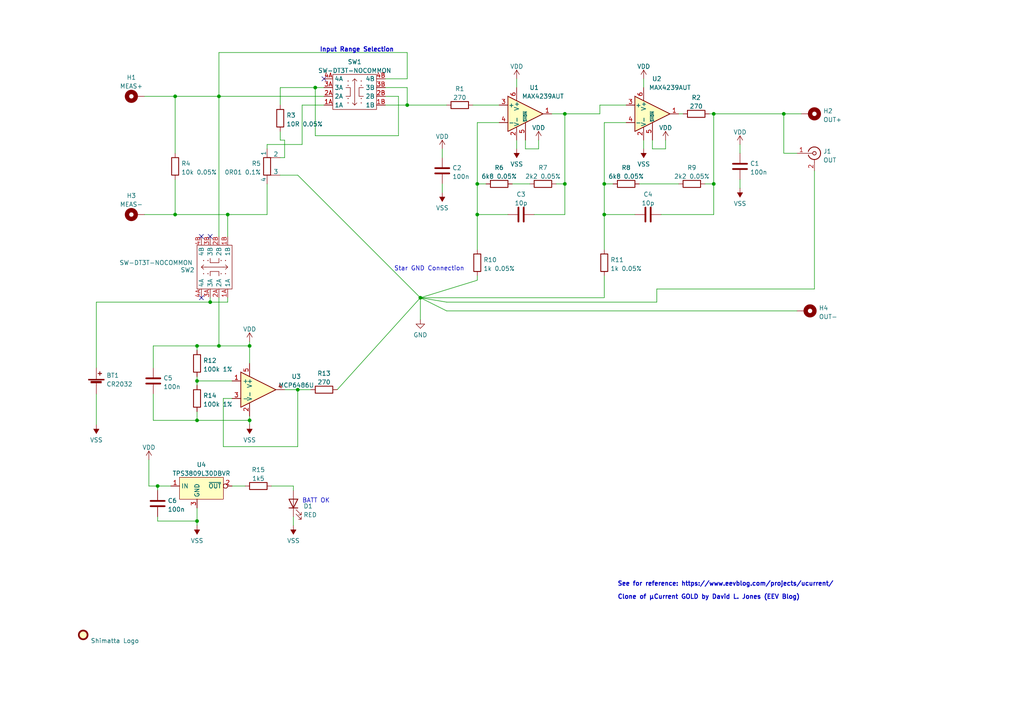
<source format=kicad_sch>
(kicad_sch (version 20211123) (generator eeschema)
  (paper "A4")
  (title_block (title "Shimatta µCurrent Clone") (company "Shimatta"))
  (lib_symbols
    (symbol "Amplifier_Operational:MAX4239AUT" (pin_names (offset 0.127))
      (property "Reference" "U" (at 0 6.35 0))
      (property "Value" "MAX4239AUT" (at 0 3.81 0))
      (symbol "MAX4239AUT_0_1"
        (polyline (pts (xy -5.08 5.08) (xy 5.08 0) (xy -5.08 -5.08) (xy -5.08 5.08)) (stroke (width 0.254)) (fill (type background)))
      )
      (symbol "MAX4239AUT_1_1"
        (pin output line (at 7.62 0 180) (length 2.54) (name "~") (number "1"))
        (pin power_in line (at -2.54 -7.62 90) (length 3.81) (name "V-") (number "2"))
        (pin input line (at -7.62 2.54 0) (length 2.54) (name "+") (number "3"))
        (pin input line (at -7.62 -2.54 0) (length 2.54) (name "-") (number "4"))
        (pin input line (at 0 -7.62 90) (length 5.08) (name "~{SHDN}") (number "5"))
        (pin power_in line (at -2.54 7.62 270) (length 3.81) (name "V+") (number "6"))
      )
    )
    (symbol "Connector:Conn_Coaxial" (pin_names (offset 1.016) hide)
      (property "Reference" "J" (at 0.254 3.048 0))
      (property "Value" "Conn_Coaxial" (at 2.921 0 90))
      (symbol "Conn_Coaxial_0_1"
        (arc (start -1.778 -0.508) (mid 0.2311 -1.8066) (end 1.778 0) (stroke (width 0.254)))
        (polyline (pts (xy -2.54 0) (xy -0.508 0)))
        (polyline (pts (xy 0 -2.54) (xy 0 -1.778)))
        (circle (center 0 0) (radius 0.508) (stroke (width 0.2032)))
        (arc (start 1.778 0) (mid 0.2099 1.8101) (end -1.778 0.508) (stroke (width 0.254)))
      )
      (symbol "Conn_Coaxial_1_1"
        (pin passive line (at -5.08 0 0) (length 2.54) (name "In") (number "1"))
        (pin passive line (at 0 -5.08 90) (length 2.54) (name "Ext") (number "2"))
      )
    )
    (symbol "Device:Battery_Cell" (pin_numbers hide) (pin_names (offset 0) hide)
      (property "Reference" "BT" (at 2.54 2.54 0))
      (property "Value" "Battery_Cell" (at 2.54 0 0))
      (symbol "Battery_Cell_0_1"
        (rectangle (start -2.286 1.778) (end 2.286 1.524) (fill (type outline)))
        (rectangle (start -1.5748 1.1938) (end 1.4732 0.6858) (fill (type outline)))
        (polyline (pts (xy 0 0.762) (xy 0 0)))
        (polyline (pts (xy 0 1.778) (xy 0 2.54)))
        (polyline (pts (xy 0.508 3.429) (xy 1.524 3.429)) (stroke (width 0.254)))
        (polyline (pts (xy 1.016 3.937) (xy 1.016 2.921)) (stroke (width 0.254)))
      )
      (symbol "Battery_Cell_1_1"
        (pin passive line (at 0 5.08 270) (length 2.54) (name "+") (number "1"))
        (pin passive line (at 0 -2.54 90) (length 2.54) (name "-") (number "2"))
      )
    )
    (symbol "Device:C" (pin_numbers hide) (pin_names (offset 0.254))
      (property "Reference" "C" (at 0.635 2.54 0))
      (property "Value" "C" (at 0.635 -2.54 0))
      (symbol "C_0_1"
        (polyline (pts (xy -2.032 -0.762) (xy 2.032 -0.762)) (stroke (width 0.508)))
        (polyline (pts (xy -2.032 0.762) (xy 2.032 0.762)) (stroke (width 0.508)))
      )
      (symbol "C_1_1"
        (pin passive line (at 0 3.81 270) (length 2.794) (name "~") (number "1"))
        (pin passive line (at 0 -3.81 90) (length 2.794) (name "~") (number "2"))
      )
    )
    (symbol "Device:LED" (pin_numbers hide) (pin_names (offset 1.016) hide)
      (property "Reference" "D" (at 0 2.54 0))
      (property "Value" "LED" (at 0 -2.54 0))
      (symbol "LED_0_1"
        (polyline (pts (xy -1.27 -1.27) (xy -1.27 1.27)) (stroke (width 0.254)))
        (polyline (pts (xy -1.27 0) (xy 1.27 0)))
        (polyline (pts (xy 1.27 -1.27) (xy 1.27 1.27) (xy -1.27 0) (xy 1.27 -1.27)) (stroke (width 0.254)))
        (polyline (pts (xy -3.048 -0.762) (xy -4.572 -2.286) (xy -3.81 -2.286) (xy -4.572 -2.286) (xy -4.572 -1.524)))
        (polyline (pts (xy -1.778 -0.762) (xy -3.302 -2.286) (xy -2.54 -2.286) (xy -3.302 -2.286) (xy -3.302 -1.524)))
      )
      (symbol "LED_1_1"
        (pin passive line (at -3.81 0 0) (length 2.54) (name "K") (number "1"))
        (pin passive line (at 3.81 0 180) (length 2.54) (name "A") (number "2"))
      )
    )
    (symbol "Device:R" (pin_numbers hide) (pin_names (offset 0))
      (property "Reference" "R" (at 2.032 0 90))
      (property "Value" "R" (at 0 0 90))
      (symbol "R_0_1"
        (rectangle (start -1.016 -2.54) (end 1.016 2.54) (stroke (width 0.254)))
      )
      (symbol "R_1_1"
        (pin passive line (at 0 3.81 270) (length 1.27) (name "~") (number "1"))
        (pin passive line (at 0 -3.81 90) (length 1.27) (name "~") (number "2"))
      )
    )
    (symbol "Device:R_Shunt" (pin_numbers hide) (pin_names (offset 0))
      (property "Reference" "R" (at -4.445 0 90))
      (property "Value" "R_Shunt" (at -2.54 0 90))
      (symbol "R_Shunt_0_1"
        (rectangle (start -1.016 -2.54) (end 1.016 2.54) (stroke (width 0.254)))
        (polyline (pts (xy 0 -2.54) (xy 1.27 -2.54)))
        (polyline (pts (xy 1.27 2.54) (xy 0 2.54)))
      )
      (symbol "R_Shunt_1_1"
        (pin passive line (at 0 5.08 270) (length 2.54) (name "1") (number "1"))
        (pin passive line (at 3.81 2.54 180) (length 2.54) (name "2") (number "2"))
        (pin passive line (at 3.81 -2.54 180) (length 2.54) (name "3") (number "3"))
        (pin passive line (at 0 -5.08 90) (length 2.54) (name "4") (number "4"))
      )
    )
    (symbol "Mechanical:Fiducial"
      (property "Reference" "FID" (at 0 5.08 0))
      (property "Value" "Fiducial" (at 0 3.175 0))
      (symbol "Fiducial_0_1"
        (circle (center 0 0) (radius 1.27) (stroke (width 0.508)) (fill (type background)))
      )
    )
    (symbol "Mechanical:MountingHole_Pad" (pin_numbers hide) (pin_names (offset 1.016) hide)
      (property "Reference" "H" (at 0 6.35 0))
      (property "Value" "MountingHole_Pad" (at 0 4.445 0))
      (symbol "MountingHole_Pad_0_1"
        (circle (center 0 1.27) (radius 1.27) (stroke (width 1.27)))
      )
      (symbol "MountingHole_Pad_1_1"
        (pin input line (at 0 -2.54 90) (length 2.54) (name "1") (number "1"))
      )
    )
    (symbol "power:GND" (power) (pin_names (offset 0))
      (property "Value" "GND" (at 0 -3.81 0))
      (symbol "GND_0_1"
        (polyline (pts (xy 0 0) (xy 0 -1.27) (xy 1.27 -1.27) (xy 0 -2.54) (xy -1.27 -1.27) (xy 0 -1.27)))
      )
      (symbol "GND_1_1"
        (pin power_in line (at 0 0 270) (length 0) hide (name "GND") (number "1"))
      )
    )
    (symbol "power:VDD" (power) (pin_names (offset 0))
      (property "Value" "VDD" (at 0 3.81 0))
      (symbol "VDD_0_1"
        (polyline (pts (xy -0.762 1.27) (xy 0 2.54)))
        (polyline (pts (xy 0 0) (xy 0 2.54)))
        (polyline (pts (xy 0 2.54) (xy 0.762 1.27)))
      )
      (symbol "VDD_1_1"
        (pin power_in line (at 0 0 90) (length 0) hide (name "VDD") (number "1"))
      )
    )
    (symbol "power:VSS" (power) (pin_names (offset 0))
      (property "Value" "VSS" (at 0 3.81 0))
      (symbol "VSS_0_1"
        (polyline (pts (xy 0 0) (xy 0 2.54)))
        (polyline (pts (xy 0.762 1.27) (xy -0.762 1.27) (xy 0 2.54) (xy 0.762 1.27)) (fill (type outline)))
      )
      (symbol "VSS_1_1"
        (pin power_in line (at 0 0 90) (length 0) hide (name "VSS") (number "1"))
      )
    )
    (symbol "shimatta_analog:MCP6486U"
      (property "Reference" "U" (at 2.54 6.35 0))
      (property "Value" "MCP6486U" (at 6.35 3.81 0))
      (symbol "MCP6486U_0_1"
        (polyline (pts (xy -2.54 5.08) (xy 7.62 0) (xy -2.54 -5.08) (xy -2.54 5.08)) (stroke (width 0.254)) (fill (type background)))
      )
      (symbol "MCP6486U_1_1"
        (pin input line (at -5.08 2.54 0) (length 2.54) (name "+") (number "1"))
        (pin power_in line (at 0 -7.62 90) (length 3.81) (name "V-") (number "2"))
        (pin input line (at -5.08 -2.54 0) (length 2.54) (name "-") (number "3"))
        (pin output line (at 10.16 0 180) (length 2.54) (name "~") (number "4"))
        (pin power_in line (at 0 7.62 270) (length 3.81) (name "V+") (number "5"))
      )
    )
    (symbol "shimatta_supervisor:TPS3809L30DBVR"
      (property "Reference" "U" (at 1.27 3.81 0))
      (property "Value" "TPS3809L30DBVR" (at 6.35 1.27 0))
      (symbol "TPS3809L30DBVR_0_1"
        (rectangle (start 0 0) (end 12.7 -6.35) (stroke (width 0.1524)) (fill (type background)))
      )
      (symbol "TPS3809L30DBVR_1_1"
        (pin power_in line (at -2.54 -2.54 0) (length 2.54) (name "IN") (number "1"))
        (pin output inverted (at 15.24 -2.54 180) (length 2.54) (name "~{OUT}") (number "2"))
        (pin power_in line (at 5.08 -8.89 90) (length 2.54) (name "GND") (number "3"))
      )
    )
    (symbol "shimatta_switch:SW-DT3T-NOCOMMON"
      (property "Reference" "SW" (at 1.27 1.27 0))
      (property "Value" "SW-DT3T-NOCOMMON" (at 9.525 3.81 0))
      (symbol "SW-DT3T-NOCOMMON_0_1"
        (polyline (pts (xy 6.35 -8.89) (xy 5.715 -8.255)) (stroke (width 0.1524)))
        (polyline (pts (xy 6.35 -8.89) (xy 6.985 -8.255)) (stroke (width 0.1524)))
        (polyline (pts (xy 6.35 -7.62) (xy 6.35 -8.89)) (stroke (width 0.1524)))
        (polyline (pts (xy 6.35 -2.54) (xy 6.35 -7.62)) (stroke (width 0.1524)))
        (polyline (pts (xy 6.35 -2.54) (xy 6.35 -1.27)) (stroke (width 0.1524)))
        (polyline (pts (xy 6.35 -1.27) (xy 5.715 -1.905)) (stroke (width 0.1524)))
        (polyline (pts (xy 6.35 -1.27) (xy 6.985 -1.905)) (stroke (width 0.1524)))
        (polyline (pts (xy 3.81 -3.81) (xy 5.08 -3.81) (xy 5.08 -6.35) (xy 3.81 -6.35)) (stroke (width 0.1524)))
        (polyline (pts (xy 8.89 -3.81) (xy 7.62 -3.81) (xy 7.62 -6.35) (xy 8.89 -6.35)) (stroke (width 0.1524)))
        (rectangle (start 0 0) (end 12.7 -10.16) (stroke (width 0.1524)))
        (circle (center 4.445 -8.255) (radius 0.0001) (stroke (width 0.1524)))
        (circle (center 4.445 -6.985) (radius 0.0001) (stroke (width 0.1524)))
        (circle (center 4.445 -3.175) (radius 0.0001) (stroke (width 0.1524)))
        (circle (center 4.445 -1.905) (radius 0.0001) (stroke (width 0.1524)))
        (circle (center 8.255 -8.255) (radius 0.0001) (stroke (width 0.1524)))
        (circle (center 8.255 -6.985) (radius 0.0001) (stroke (width 0.1524)))
        (circle (center 8.255 -3.175) (radius 0.0001) (stroke (width 0.1524)))
        (circle (center 8.255 -1.905) (radius 0.0001) (stroke (width 0.1524)))
      )
      (symbol "SW-DT3T-NOCOMMON_1_1"
        (pin passive line (at -2.54 -1.27 0) (length 2.54) (name "1A") (number "1A"))
        (pin passive line (at 15.24 -1.27 180) (length 2.54) (name "1B") (number "1B"))
        (pin passive line (at -2.54 -3.81 0) (length 2.54) (name "2A") (number "2A"))
        (pin passive line (at 15.24 -3.81 180) (length 2.54) (name "2B") (number "2B"))
        (pin passive line (at -2.54 -6.35 0) (length 2.54) (name "3A") (number "3A"))
        (pin passive line (at 15.24 -6.35 180) (length 2.54) (name "3B") (number "3B"))
        (pin passive line (at -2.54 -8.89 0) (length 2.54) (name "4A") (number "4A"))
        (pin passive line (at 15.24 -8.89 180) (length 2.54) (name "4B") (number "4B"))
      )
    )
  )
  (junction (at 138.43 53.34))
  (junction (at 57.15 151.13))
  (junction (at 207.01 33.02))
  (junction (at 63.5 27.94))
  (junction (at 72.39 100.33))
  (junction (at 66.04 62.23))
  (junction (at 175.26 53.34))
  (junction (at 175.26 62.23))
  (junction (at 227.33 33.02))
  (junction (at 63.5 100.33))
  (junction (at 57.15 100.33))
  (junction (at 138.43 62.23))
  (junction (at 45.72 140.97))
  (junction (at 60.96 87.63))
  (junction (at 207.01 53.34))
  (junction (at 163.83 33.02))
  (junction (at 86.36 113.03))
  (junction (at 163.83 53.34))
  (junction (at 118.11 30.48))
  (junction (at 50.8 27.94))
  (junction (at 50.8 62.23))
  (junction (at 91.44 25.4))
  (junction (at 57.15 121.92))
  (junction (at 121.92 86.36))
  (junction (at 57.15 110.49))
  (junction (at 72.39 121.92))
  (no_connect (at 58.42 68.58))
  (no_connect (at 58.42 86.36))
  (no_connect (at 93.98 22.86))
  (no_connect (at 60.96 68.58))
  (wire (pts (xy 115.57 27.94) (xy 115.57 39.37)))
  (wire (pts (xy 50.8 27.94) (xy 63.5 27.94)))
  (wire (pts (xy 57.15 119.38) (xy 57.15 121.92)))
  (wire (pts (xy 63.5 27.94) (xy 93.98 27.94)))
  (wire (pts (xy 186.69 22.86) (xy 186.69 25.4)))
  (wire (pts (xy 175.26 80.01) (xy 175.26 86.36)))
  (wire (pts (xy 57.15 110.49) (xy 57.15 111.76)))
  (wire (pts (xy 81.28 50.8) (xy 86.36 50.8)))
  (wire (pts (xy 121.92 86.36) (xy 175.26 86.36)))
  (wire (pts (xy 97.79 113.03) (xy 121.92 86.36)))
  (wire (pts (xy 111.76 25.4) (xy 118.11 25.4)))
  (wire (pts (xy 175.26 53.34) (xy 177.8 53.34)))
  (wire (pts (xy 63.5 100.33) (xy 72.39 100.33)))
  (wire (pts (xy 144.78 35.56) (xy 138.43 35.56)))
  (wire (pts (xy 60.96 87.63) (xy 60.96 86.36)))
  (wire (pts (xy 163.83 33.02) (xy 173.99 33.02)))
  (wire (pts (xy 193.04 43.18) (xy 193.04 40.64)))
  (wire (pts (xy 149.86 40.64) (xy 149.86 43.18)))
  (wire (pts (xy 160.02 33.02) (xy 163.83 33.02)))
  (wire (pts (xy 77.47 41.91) (xy 77.47 43.18)))
  (wire (pts (xy 205.74 33.02) (xy 207.01 33.02)))
  (wire (pts (xy 64.77 115.57) (xy 64.77 129.54)))
  (wire (pts (xy 163.83 62.23) (xy 163.83 53.34)))
  (wire (pts (xy 44.45 106.68) (xy 44.45 100.33)))
  (wire (pts (xy 49.53 140.97) (xy 45.72 140.97)))
  (wire (pts (xy 57.15 147.32) (xy 57.15 151.13)))
  (wire (pts (xy 138.43 80.01) (xy 138.43 81.28)))
  (wire (pts (xy 175.26 62.23) (xy 175.26 72.39)))
  (wire (pts (xy 27.94 114.3) (xy 27.94 123.19)))
  (wire (pts (xy 57.15 121.92) (xy 72.39 121.92)))
  (wire (pts (xy 111.76 30.48) (xy 118.11 30.48)))
  (wire (pts (xy 50.8 52.07) (xy 50.8 62.23)))
  (wire (pts (xy 87.63 41.91) (xy 77.47 41.91)))
  (wire (pts (xy 185.42 53.34) (xy 196.85 53.34)))
  (wire (pts (xy 44.45 114.3) (xy 44.45 121.92)))
  (wire (pts (xy 82.55 113.03) (xy 86.36 113.03)))
  (wire (pts (xy 91.44 39.37) (xy 91.44 25.4)))
  (wire (pts (xy 173.99 30.48) (xy 173.99 33.02)))
  (wire (pts (xy 67.31 140.97) (xy 71.12 140.97)))
  (wire (pts (xy 128.27 43.18) (xy 128.27 45.72)))
  (wire (pts (xy 138.43 53.34) (xy 138.43 62.23)))
  (wire (pts (xy 190.5 83.82) (xy 190.5 87.63)))
  (wire (pts (xy 152.4 40.64) (xy 152.4 43.18)))
  (wire (pts (xy 121.92 86.36) (xy 121.92 92.71)))
  (wire (pts (xy 138.43 62.23) (xy 147.32 62.23)))
  (wire (pts (xy 44.45 100.33) (xy 57.15 100.33)))
  (wire (pts (xy 138.43 62.23) (xy 138.43 72.39)))
  (wire (pts (xy 207.01 53.34) (xy 207.01 62.23)))
  (wire (pts (xy 181.61 35.56) (xy 175.26 35.56)))
  (wire (pts (xy 57.15 101.6) (xy 57.15 100.33)))
  (wire (pts (xy 121.92 86.36) (xy 129.54 90.17)))
  (wire (pts (xy 207.01 33.02) (xy 227.33 33.02)))
  (wire (pts (xy 191.77 62.23) (xy 207.01 62.23)))
  (wire (pts (xy 50.8 62.23) (xy 66.04 62.23)))
  (wire (pts (xy 72.39 99.06) (xy 72.39 100.33)))
  (wire (pts (xy 63.5 15.24) (xy 118.11 15.24)))
  (wire (pts (xy 78.74 140.97) (xy 85.09 140.97)))
  (wire (pts (xy 50.8 27.94) (xy 50.8 44.45)))
  (wire (pts (xy 204.47 53.34) (xy 207.01 53.34)))
  (wire (pts (xy 87.63 30.48) (xy 93.98 30.48)))
  (wire (pts (xy 82.55 40.64) (xy 82.55 45.72)))
  (wire (pts (xy 85.09 140.97) (xy 85.09 142.24)))
  (wire (pts (xy 163.83 33.02) (xy 163.83 53.34)))
  (wire (pts (xy 161.29 53.34) (xy 163.83 53.34)))
  (wire (pts (xy 57.15 109.22) (xy 57.15 110.49)))
  (wire (pts (xy 85.09 149.86) (xy 85.09 152.4)))
  (wire (pts (xy 66.04 62.23) (xy 77.47 62.23)))
  (wire (pts (xy 45.72 151.13) (xy 57.15 151.13)))
  (wire (pts (xy 86.36 113.03) (xy 90.17 113.03)))
  (wire (pts (xy 63.5 86.36) (xy 63.5 100.33)))
  (wire (pts (xy 87.63 30.48) (xy 87.63 41.91)))
  (wire (pts (xy 227.33 33.02) (xy 227.33 44.45)))
  (wire (pts (xy 138.43 35.56) (xy 138.43 53.34)))
  (wire (pts (xy 156.21 43.18) (xy 156.21 40.64)))
  (wire (pts (xy 129.54 90.17) (xy 231.14 90.17)))
  (wire (pts (xy 67.31 115.57) (xy 64.77 115.57)))
  (wire (pts (xy 111.76 27.94) (xy 115.57 27.94)))
  (wire (pts (xy 214.63 52.07) (xy 214.63 54.61)))
  (wire (pts (xy 45.72 140.97) (xy 45.72 142.24)))
  (wire (pts (xy 189.23 40.64) (xy 189.23 43.18)))
  (wire (pts (xy 77.47 53.34) (xy 77.47 62.23)))
  (wire (pts (xy 118.11 15.24) (xy 118.11 22.86)))
  (wire (pts (xy 175.26 53.34) (xy 175.26 62.23)))
  (wire (pts (xy 138.43 53.34) (xy 140.97 53.34)))
  (wire (pts (xy 149.86 22.86) (xy 149.86 25.4)))
  (wire (pts (xy 236.22 83.82) (xy 190.5 83.82)))
  (wire (pts (xy 207.01 33.02) (xy 207.01 53.34)))
  (wire (pts (xy 231.14 44.45) (xy 227.33 44.45)))
  (wire (pts (xy 66.04 86.36) (xy 66.04 87.63)))
  (wire (pts (xy 27.94 87.63) (xy 27.94 106.68)))
  (wire (pts (xy 214.63 41.91) (xy 214.63 44.45)))
  (wire (pts (xy 236.22 49.53) (xy 236.22 83.82)))
  (wire (pts (xy 121.92 86.36) (xy 129.54 87.63)))
  (wire (pts (xy 91.44 25.4) (xy 93.98 25.4)))
  (wire (pts (xy 118.11 22.86) (xy 111.76 22.86)))
  (wire (pts (xy 175.26 35.56) (xy 175.26 53.34)))
  (wire (pts (xy 66.04 87.63) (xy 60.96 87.63)))
  (wire (pts (xy 152.4 43.18) (xy 156.21 43.18)))
  (wire (pts (xy 57.15 100.33) (xy 63.5 100.33)))
  (wire (pts (xy 198.12 33.02) (xy 196.85 33.02)))
  (wire (pts (xy 64.77 129.54) (xy 86.36 129.54)))
  (wire (pts (xy 72.39 120.65) (xy 72.39 121.92)))
  (wire (pts (xy 86.36 50.8) (xy 121.92 86.36)))
  (wire (pts (xy 72.39 121.92) (xy 72.39 123.19)))
  (wire (pts (xy 81.28 25.4) (xy 91.44 25.4)))
  (wire (pts (xy 154.94 62.23) (xy 163.83 62.23)))
  (wire (pts (xy 43.18 133.35) (xy 43.18 140.97)))
  (wire (pts (xy 81.28 45.72) (xy 82.55 45.72)))
  (wire (pts (xy 118.11 25.4) (xy 118.11 30.48)))
  (wire (pts (xy 50.8 62.23) (xy 41.91 62.23)))
  (wire (pts (xy 45.72 149.86) (xy 45.72 151.13)))
  (wire (pts (xy 137.16 30.48) (xy 144.78 30.48)))
  (wire (pts (xy 186.69 40.64) (xy 186.69 43.18)))
  (wire (pts (xy 148.59 53.34) (xy 153.67 53.34)))
  (wire (pts (xy 118.11 30.48) (xy 129.54 30.48)))
  (wire (pts (xy 81.28 30.48) (xy 81.28 25.4)))
  (wire (pts (xy 45.72 140.97) (xy 43.18 140.97)))
  (wire (pts (xy 81.28 38.1) (xy 81.28 40.64)))
  (wire (pts (xy 57.15 151.13) (xy 57.15 152.4)))
  (wire (pts (xy 175.26 62.23) (xy 184.15 62.23)))
  (wire (pts (xy 57.15 110.49) (xy 67.31 110.49)))
  (wire (pts (xy 27.94 87.63) (xy 60.96 87.63)))
  (wire (pts (xy 189.23 43.18) (xy 193.04 43.18)))
  (wire (pts (xy 121.92 86.36) (xy 138.43 81.28)))
  (wire (pts (xy 227.33 33.02) (xy 232.41 33.02)))
  (wire (pts (xy 44.45 121.92) (xy 57.15 121.92)))
  (wire (pts (xy 173.99 30.48) (xy 181.61 30.48)))
  (wire (pts (xy 63.5 27.94) (xy 63.5 68.58)))
  (wire (pts (xy 81.28 40.64) (xy 82.55 40.64)))
  (wire (pts (xy 63.5 27.94) (xy 63.5 15.24)))
  (wire (pts (xy 41.91 27.94) (xy 50.8 27.94)))
  (wire (pts (xy 72.39 100.33) (xy 72.39 105.41)))
  (wire (pts (xy 66.04 62.23) (xy 66.04 68.58)))
  (wire (pts (xy 86.36 129.54) (xy 86.36 113.03)))
  (wire (pts (xy 129.54 87.63) (xy 190.5 87.63)))
  (wire (pts (xy 115.57 39.37) (xy 91.44 39.37)))
  (wire (pts (xy 128.27 53.34) (xy 128.27 55.88)))
  (text "Input Range Selection" (at 92.71 15.24 0) (effects (font (size 1.27 1.27) bold) (justify left bottom)))
  (text "See for reference: https://www.eevblog.com/projects/ucurrent/" (at 179.07 170.18 0) (effects (font (size 1.27 1.27) bold) (justify left bottom)))
  (text "BATT OK" (at 87.63 146.05 0) (effects (font (size 1.27 1.27)) (justify left bottom)))
  (text "Star GND Connection" (at 114.3 78.74 0) (effects (font (size 1.27 1.27)) (justify left bottom)))
  (text "Clone of µCurrent GOLD by David L. Jones (EEV Blog)" (at 179.07 173.99 0) (effects (font (size 1.27 1.27) (thickness 0.254) bold) (justify left bottom)))
  (symbol (lib_id "power:VDD") (at 72.39 99.06 0) (unit 1)
    (property "Reference" "#PWR012" (effects hide))
    (property "Value" "VDD" (at 72.39 95.4842 0))
  )
  (symbol (lib_id "power:VSS") (at 85.09 152.4 180) (unit 1)
    (property "Reference" "#PWR017" (effects hide))
    (property "Value" "VSS" (at 85.09 156.8434 0))
  )
  (symbol (lib_id "shimatta_switch:SW-DT3T-NOCOMMON") (at 67.31 83.82 270) (mirror x) (unit 1)
    (property "Reference" "SW2" (at 56.4388 78.3047 90) (effects (justify right)))
    (property "Value" "SW-DT3T-NOCOMMON" (at 55.88 76.2 90) (effects (justify right)))
    (property "Footprint" "shimatta_switch:C&K-L203011MS02Q" (effects hide))
  )
  (symbol (lib_id "Mechanical:MountingHole_Pad") (at 39.37 62.23 90) (unit 1)
    (property "Reference" "H3" (at 38.1 56.7522 90))
    (property "Value" "MEAS-" (at 38.1 59.2891 90))
    (property "Footprint" "MountingHole:MountingHole_4.3x6.2mm_M4_Pad_Via" (effects hide))
  )
  (symbol (lib_id "Mechanical:MountingHole_Pad") (at 233.68 90.17 270) (unit 1)
    (property "Reference" "H4" (at 237.49 89.3353 90) (effects (justify left)))
    (property "Value" "OUT-" (at 237.49 91.8722 90) (effects (justify left)))
    (property "Footprint" "MountingHole:MountingHole_4.3x6.2mm_M4_Pad_Via" (effects hide))
  )
  (symbol (lib_id "Device:R") (at 157.48 53.34 90) (unit 1)
    (property "Reference" "R7" (at 157.48 48.6242 90))
    (property "Value" "2k2 0.05%" (at 157.48 51.1611 90))
    (property "Footprint" "Resistor_SMD:R_0603_1608Metric" (effects hide))
  )
  (symbol (lib_id "Device:R") (at 81.28 34.29 180) (unit 1)
    (property "Reference" "R3" (at 83.058 33.4553 0) (effects (justify right)))
    (property "Value" "10R 0.05%" (at 83.058 35.9922 0) (effects (justify right)))
    (property "Footprint" "Resistor_SMD:R_0805_2012Metric" (effects hide))
  )
  (symbol (lib_id "Device:C") (at 128.27 49.53 180) (unit 1)
    (property "Reference" "C2" (at 131.191 48.6953 0) (effects (justify right)))
    (property "Value" "100n" (at 131.191 51.2322 0) (effects (justify right)))
    (property "Footprint" "Capacitor_SMD:C_0603_1608Metric" (effects hide))
  )
  (symbol (lib_id "shimatta_switch:SW-DT3T-NOCOMMON") (at 96.52 31.75 0) (mirror x) (unit 1)
    (property "Reference" "SW1" (at 102.87 17.941 0))
    (property "Value" "SW-DT3T-NOCOMMON" (at 102.87 20.4779 0))
    (property "Footprint" "shimatta_switch:C&K-L203011MS02Q" (effects hide))
  )
  (symbol (lib_id "Mechanical:MountingHole_Pad") (at 39.37 27.94 90) (unit 1)
    (property "Reference" "H1" (at 38.1 22.4622 90))
    (property "Value" "MEAS+" (at 38.1 24.9991 90))
    (property "Footprint" "MountingHole:MountingHole_4.3x6.2mm_M4_Pad_Via" (effects hide))
  )
  (symbol (lib_id "Device:R") (at 50.8 48.26 0) (unit 1)
    (property "Reference" "R4" (at 52.578 47.4253 0) (effects (justify left)))
    (property "Value" "10k 0.05%" (at 52.578 49.9622 0) (effects (justify left)))
    (property "Footprint" "Resistor_SMD:R_0603_1608Metric" (effects hide))
  )
  (symbol (lib_id "Device:C") (at 214.63 48.26 180) (unit 1)
    (property "Reference" "C1" (at 217.551 47.4253 0) (effects (justify right)))
    (property "Value" "100n" (at 217.551 49.9622 0) (effects (justify right)))
    (property "Footprint" "Capacitor_SMD:C_0603_1608Metric" (effects hide))
  )
  (symbol (lib_id "shimatta_supervisor:TPS3809L30DBVR") (at 52.07 138.43 0) (unit 1)
    (property "Reference" "U4" (at 58.42 134.781 0))
    (property "Value" "TPS3809L30DBVR" (at 58.42 137.3179 0))
    (property "Footprint" "Package_TO_SOT_SMD:SOT-23" (effects hide))
  )
  (symbol (lib_id "power:VSS") (at 186.69 43.18 180) (unit 1)
    (property "Reference" "#PWR08" (effects hide))
    (property "Value" "VSS" (at 186.69 47.6234 0))
  )
  (symbol (lib_id "Device:R") (at 57.15 105.41 0) (unit 1)
    (property "Reference" "R12" (at 58.928 104.5753 0) (effects (justify left)))
    (property "Value" "100k 1%" (at 58.928 107.1122 0) (effects (justify left)))
    (property "Footprint" "Resistor_SMD:R_0603_1608Metric" (effects hide))
  )
  (symbol (lib_id "power:VDD") (at 193.04 40.64 0) (unit 1)
    (property "Reference" "#PWR04" (effects hide))
    (property "Value" "VDD" (at 193.04 37.0642 0))
  )
  (symbol (lib_id "power:VDD") (at 43.18 133.35 0) (unit 1)
    (property "Reference" "#PWR015" (effects hide))
    (property "Value" "VDD" (at 43.18 129.7742 0))
  )
  (symbol (lib_id "Connector:Conn_Coaxial") (at 236.22 44.45 0) (unit 1)
    (property "Reference" "J1" (at 238.76 43.9085 0) (effects (justify left)))
    (property "Value" "OUT" (at 238.76 46.4454 0) (effects (justify left)))
    (property "Footprint" "Connector_Coaxial:SMA_Amphenol_132134-10_Vertical" (effects hide))
    (property "Datasheet" " ~" (effects hide))
  )
  (symbol (lib_id "Device:C") (at 187.96 62.23 90) (unit 1)
    (property "Reference" "C4" (at 187.96 56.3712 90))
    (property "Value" "10p" (at 187.96 58.9081 90))
    (property "Footprint" "Capacitor_SMD:C_0603_1608Metric" (effects hide))
  )
  (symbol (lib_id "power:VSS") (at 72.39 123.19 180) (unit 1)
    (property "Reference" "#PWR014" (effects hide))
    (property "Value" "VSS" (at 72.39 127.6334 0))
  )
  (symbol (lib_id "power:GND") (at 121.92 92.71 0) (unit 1)
    (property "Reference" "#PWR011" (effects hide))
    (property "Value" "GND" (at 121.92 97.1534 0))
  )
  (symbol (lib_id "Amplifier_Operational:MAX4239AUT") (at 152.4 33.02 0) (unit 1)
    (property "Reference" "U1" (at 154.94 25.4 0))
    (property "Value" "MAX4239AUT" (at 157.48 27.94 0))
    (property "Footprint" "Package_TO_SOT_SMD:SOT-23-6" (effects hide))
    (property "Datasheet" "http://datasheets.maximintegrated.com/en/ds/MAX4238-MAX4239.pdf" (effects hide))
  )
  (symbol (lib_id "Device:R") (at 93.98 113.03 90) (unit 1)
    (property "Reference" "R13" (at 93.98 108.3142 90))
    (property "Value" "270" (at 93.98 110.8511 90))
    (property "Footprint" "Resistor_SMD:R_0603_1608Metric" (effects hide))
  )
  (symbol (lib_id "Mechanical:Fiducial") (at 24.13 184.15 0) (unit 1)
    (property "Reference" "FID1" (effects hide))
    (property "Value" "Shimatta Logo" (at 26.289 185.8522 0) (effects (justify left)))
    (property "Footprint" "shimatta_artwork:shimatta_kanji_20mm_solder_mask" (effects hide))
  )
  (symbol (lib_id "Device:LED") (at 85.09 146.05 90) (unit 1)
    (property "Reference" "D1" (at 88.011 146.8028 90) (effects (justify right)))
    (property "Value" "RED" (at 88.011 149.3397 90) (effects (justify right)))
    (property "Footprint" "LED_SMD:LED_0603_1608Metric" (effects hide))
  )
  (symbol (lib_id "Device:R_Shunt") (at 77.47 48.26 0) (unit 1)
    (property "Reference" "R5" (at 75.692 47.4253 0) (effects (justify right)))
    (property "Value" "0R01 0.1%" (at 75.692 49.9622 0) (effects (justify right)))
    (property "Footprint" "Resistor_SMD:R_Shunt_Vishay_WSK2512_6332Metric_T1.19mm" (effects hide))
  )
  (symbol (lib_id "Device:R") (at 138.43 76.2 0) (unit 1)
    (property "Reference" "R10" (at 140.208 75.3653 0) (effects (justify left)))
    (property "Value" "1k 0.05%" (at 140.208 77.9022 0) (effects (justify left)))
    (property "Footprint" "Resistor_SMD:R_0603_1608Metric" (effects hide))
  )
  (symbol (lib_id "power:VSS") (at 27.94 123.19 180) (unit 1)
    (property "Reference" "#PWR013" (effects hide))
    (property "Value" "VSS" (at 27.94 127.6334 0))
  )
  (symbol (lib_id "power:VSS") (at 128.27 55.88 180) (unit 1)
    (property "Reference" "#PWR010" (effects hide))
    (property "Value" "VSS" (at 128.27 60.3234 0))
  )
  (symbol (lib_id "Device:Battery_Cell") (at 27.94 111.76 0) (unit 1)
    (property "Reference" "BT1" (at 30.861 108.8933 0) (effects (justify left)))
    (property "Value" "CR2032" (at 30.861 111.4302 0) (effects (justify left)))
    (property "Footprint" "Battery:BatteryHolder_Keystone_1058_1x2032" (effects hide))
  )
  (symbol (lib_id "power:VSS") (at 214.63 54.61 180) (unit 1)
    (property "Reference" "#PWR09" (effects hide))
    (property "Value" "VSS" (at 214.63 59.0534 0))
  )
  (symbol (lib_id "Amplifier_Operational:MAX4239AUT") (at 189.23 33.02 0) (unit 1)
    (property "Reference" "U2" (at 190.5 22.86 0))
    (property "Value" "MAX4239AUT" (at 194.31 25.4 0))
    (property "Footprint" "Package_TO_SOT_SMD:SOT-23-6" (effects hide))
    (property "Datasheet" "http://datasheets.maximintegrated.com/en/ds/MAX4238-MAX4239.pdf" (effects hide))
  )
  (symbol (lib_id "power:VDD") (at 214.63 41.91 0) (unit 1)
    (property "Reference" "#PWR05" (effects hide))
    (property "Value" "VDD" (at 214.63 38.3342 0))
  )
  (symbol (lib_id "Mechanical:MountingHole_Pad") (at 234.95 33.02 270) (unit 1)
    (property "Reference" "H2" (at 238.76 32.1853 90) (effects (justify left)))
    (property "Value" "OUT+" (at 238.76 34.7222 90) (effects (justify left)))
    (property "Footprint" "MountingHole:MountingHole_4.3x6.2mm_M4_Pad_Via" (effects hide))
  )
  (symbol (lib_id "Device:R") (at 57.15 115.57 0) (unit 1)
    (property "Reference" "R14" (at 58.928 114.7353 0) (effects (justify left)))
    (property "Value" "100k 1%" (at 58.928 117.2722 0) (effects (justify left)))
    (property "Footprint" "Resistor_SMD:R_0603_1608Metric" (effects hide))
  )
  (symbol (lib_id "Device:R") (at 200.66 53.34 90) (unit 1)
    (property "Reference" "R9" (at 200.66 48.6242 90))
    (property "Value" "2k2 0.05%" (at 200.66 51.1611 90))
    (property "Footprint" "Resistor_SMD:R_0603_1608Metric" (effects hide))
  )
  (symbol (lib_id "shimatta_analog:MCP6486U") (at 72.39 113.03 0) (unit 1)
    (property "Reference" "U3" (at 85.9314 109.2033 0))
    (property "Value" "MCP6486U" (at 85.9314 111.7402 0))
    (property "Footprint" "Package_TO_SOT_SMD:SOT-23-5" (effects hide))
    (property "Datasheet" "https://www.mouser.de/datasheet/2/268/MCP6486_Family_Data_Sheet_DS20006679A-2949415.pdf" (effects hide))
  )
  (symbol (lib_id "Device:R") (at 201.93 33.02 90) (unit 1)
    (property "Reference" "R2" (at 201.93 28.3042 90))
    (property "Value" "270" (at 201.93 30.8411 90))
    (property "Footprint" "Resistor_SMD:R_0603_1608Metric" (effects hide))
  )
  (symbol (lib_id "power:VSS") (at 57.15 152.4 180) (unit 1)
    (property "Reference" "#PWR016" (effects hide))
    (property "Value" "VSS" (at 57.15 156.8434 0))
  )
  (symbol (lib_id "Device:C") (at 151.13 62.23 90) (unit 1)
    (property "Reference" "C3" (at 151.13 56.3712 90))
    (property "Value" "10p" (at 151.13 58.9081 90))
    (property "Footprint" "Capacitor_SMD:C_0603_1608Metric" (effects hide))
  )
  (symbol (lib_id "power:VDD") (at 149.86 22.86 0) (unit 1)
    (property "Reference" "#PWR01" (effects hide))
    (property "Value" "VDD" (at 149.86 19.2842 0))
  )
  (symbol (lib_id "power:VDD") (at 186.69 22.86 0) (unit 1)
    (property "Reference" "#PWR02" (effects hide))
    (property "Value" "VDD" (at 186.69 19.2842 0))
  )
  (symbol (lib_id "Device:C") (at 45.72 146.05 0) (unit 1)
    (property "Reference" "C6" (at 48.641 145.2153 0) (effects (justify left)))
    (property "Value" "100n" (at 48.641 147.7522 0) (effects (justify left)))
    (property "Footprint" "Capacitor_SMD:C_0603_1608Metric" (effects hide))
  )
  (symbol (lib_id "Device:R") (at 74.93 140.97 90) (unit 1)
    (property "Reference" "R15" (at 74.93 136.2542 90))
    (property "Value" "1k5" (at 74.93 138.7911 90))
    (property "Footprint" "Resistor_SMD:R_0603_1608Metric" (effects hide))
  )
  (symbol (lib_id "power:VSS") (at 149.86 43.18 180) (unit 1)
    (property "Reference" "#PWR07" (effects hide))
    (property "Value" "VSS" (at 149.86 47.6234 0))
  )
  (symbol (lib_id "power:VDD") (at 128.27 43.18 0) (unit 1)
    (property "Reference" "#PWR06" (effects hide))
    (property "Value" "VDD" (at 128.27 39.6042 0))
  )
  (symbol (lib_id "Device:R") (at 144.78 53.34 90) (unit 1)
    (property "Reference" "R6" (at 144.78 48.6242 90))
    (property "Value" "6k8 0.05%" (at 144.78 51.1611 90))
    (property "Footprint" "Resistor_SMD:R_0603_1608Metric" (effects hide))
  )
  (symbol (lib_id "Device:C") (at 44.45 110.49 180) (unit 1)
    (property "Reference" "C5" (at 47.371 109.6553 0) (effects (justify right)))
    (property "Value" "100n" (at 47.371 112.1922 0) (effects (justify right)))
    (property "Footprint" "Capacitor_SMD:C_0603_1608Metric" (effects hide))
  )
  (symbol (lib_id "Device:R") (at 181.61 53.34 90) (unit 1)
    (property "Reference" "R8" (at 181.61 48.6242 90))
    (property "Value" "6k8 0.05%" (at 181.61 51.1611 90))
    (property "Footprint" "Resistor_SMD:R_0603_1608Metric" (effects hide))
  )
  (symbol (lib_id "Device:R") (at 175.26 76.2 0) (unit 1)
    (property "Reference" "R11" (at 177.038 75.3653 0) (effects (justify left)))
    (property "Value" "1k 0.05%" (at 177.038 77.9022 0) (effects (justify left)))
    (property "Footprint" "Resistor_SMD:R_0603_1608Metric" (effects hide))
  )
  (symbol (lib_id "Device:R") (at 133.35 30.48 90) (unit 1)
    (property "Reference" "R1" (at 133.35 25.7642 90))
    (property "Value" "270" (at 133.35 28.3011 90))
    (property "Footprint" "Resistor_SMD:R_0603_1608Metric" (effects hide))
  )
  (symbol (lib_id "power:VDD") (at 156.21 40.64 0) (unit 1)
    (property "Reference" "#PWR03" (effects hide))
    (property "Value" "VDD" (at 156.21 37.0642 0))
  )
)
</source>
